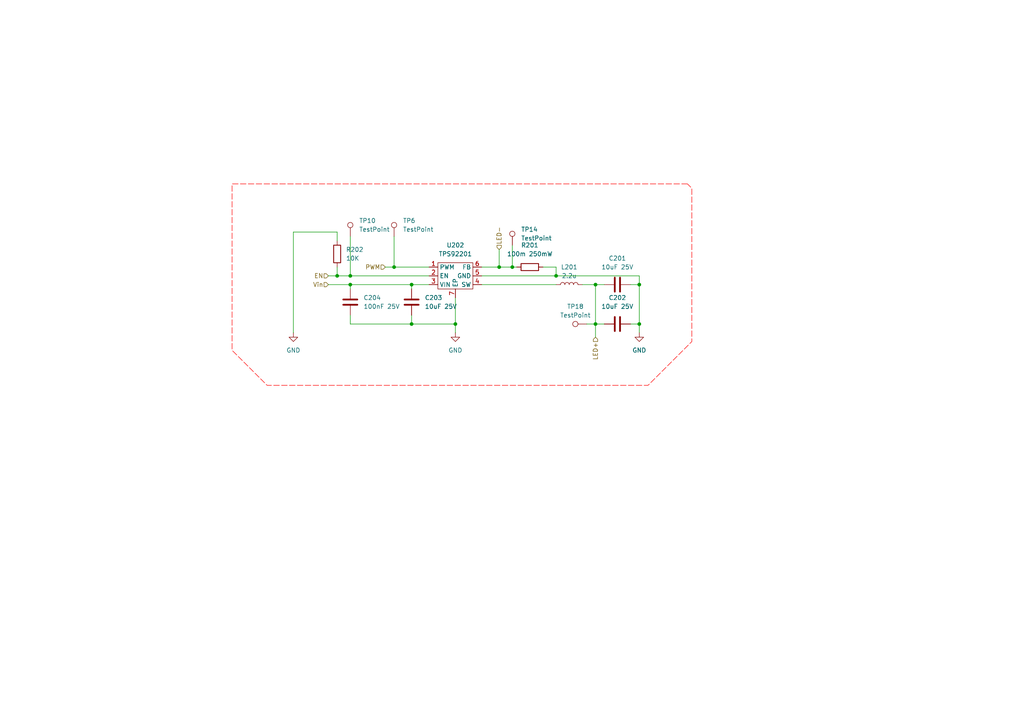
<source format=kicad_sch>
(kicad_sch (version 20250114) (generator "eeschema") (generator_version "9.0")
  (paper "A4")
  (lib_symbols
    (symbol "Connector:TestPoint" (pin_numbers (hide yes)) (pin_names (offset 0.762) (hide yes))
      (property "Reference" "TP" (at 0 6.858 0))
      (property "Value" "TestPoint" (at 0 5.08 0))
      (symbol "TestPoint_0_1"
        (circle (center 0 3.302) (radius 0.762))
      )
      (symbol "TestPoint_1_1"
        (pin passive line (at 0 0 90) (length 2.54) (name "1") (number "1"))
      )
    )
    (symbol "Device:C" (pin_numbers (hide yes)) (pin_names (offset 0.254))
      (property "Reference" "C" (at 0.635 2.54 0))
      (property "Value" "C" (at 0.635 -2.54 0))
      (symbol "C_0_1"
        (polyline (pts (xy -2.032 0.762) (xy 2.032 0.762)) (stroke (width 0.508)))
        (polyline (pts (xy -2.032 -0.762) (xy 2.032 -0.762)) (stroke (width 0.508)))
      )
      (symbol "C_1_1"
        (pin passive line (at 0 3.81 270) (length 2.794) (name "~") (number "1"))
        (pin passive line (at 0 -3.81 90) (length 2.794) (name "~") (number "2"))
      )
    )
    (symbol "Device:L" (pin_numbers (hide yes)) (pin_names (offset 1.016) (hide yes))
      (property "Reference" "L" (at -1.27 0 90))
      (property "Value" "L" (at 1.905 0 90))
      (symbol "L_0_1"
        (arc (start 0 2.54) (mid 0.6323 1.905) (end 0 1.27))
        (arc (start 0 1.27) (mid 0.6323 0.635) (end 0 0))
        (arc (start 0 0) (mid 0.6323 -0.635) (end 0 -1.27))
        (arc (start 0 -1.27) (mid 0.6323 -1.905) (end 0 -2.54))
      )
      (symbol "L_1_1"
        (pin passive line (at 0 3.81 270) (length 1.27) (name "1") (number "1"))
        (pin passive line (at 0 -3.81 90) (length 1.27) (name "2") (number "2"))
      )
    )
    (symbol "Device:R" (pin_numbers (hide yes)) (pin_names (offset 0))
      (property "Reference" "R" (at 2.032 0 90))
      (property "Value" "R" (at 0 0 90))
      (symbol "R_0_1"
        (rectangle (start -1.016 -2.54) (end 1.016 2.54) (stroke (width 0.254)))
      )
      (symbol "R_1_1"
        (pin passive line (at 0 3.81 270) (length 1.27) (name "~") (number "1"))
        (pin passive line (at 0 -3.81 90) (length 1.27) (name "~") (number "2"))
      )
    )
    (symbol "TPS92201_WSON_1"
      (property "Reference" "U" (at -0.254 5.588 0))
      (property "Value" "TPS92201" (at 0 0 0))
      (symbol "TPS92201_WSON_1_0_0"
        (pin input line (at -7.62 2.54 0) (length 2.54) (name "PWM") (number "1"))
        (pin input line (at -7.62 0 0) (length 2.54) (name "EN") (number "2"))
        (pin input line (at -7.62 -2.54 0) (length 2.54) (name "VIN") (number "3"))
        (pin power_in line (at 0 -6.35 90) (length 2.54) (name "EP") (number "7"))
        (pin input line (at 7.62 2.54 180) (length 2.54) (name "FB") (number "6"))
        (pin power_in line (at 7.62 0 180) (length 2.54) (name "GND") (number "5"))
        (pin output line (at 7.62 -2.54 180) (length 2.54) (name "SW") (number "4"))
      )
      (symbol "TPS92201_WSON_1_0_1"
        (rectangle (start -5.08 3.81) (end 5.08 -3.81))
      )
    )
    (symbol "power:GND" (power) (pin_numbers (hide yes)) (pin_names (offset 0) (hide yes))
      (property "Value" "GND" (at 0 -3.81 0))
      (symbol "GND_0_1"
        (polyline (pts (xy 0 0) (xy 0 -1.27) (xy 1.27 -1.27) (xy 0 -2.54) (xy -1.27 -1.27) (xy 0 -1.27)))
      )
      (symbol "GND_1_1"
        (pin power_in line (at 0 0 270) (length 0) (name "~") (number "1"))
      )
    )
  )
  (junction (at 185.42 93.98))
  (junction (at 132.08 93.98))
  (junction (at 101.6 80.01))
  (junction (at 144.78 77.47))
  (junction (at 97.79 80.01))
  (junction (at 172.72 93.98))
  (junction (at 119.38 82.55))
  (junction (at 161.29 80.01))
  (junction (at 185.42 82.55))
  (junction (at 148.59 77.47))
  (junction (at 119.38 93.98))
  (junction (at 101.6 82.55))
  (junction (at 172.72 82.55))
  (junction (at 114.3 77.47))
  (wire (pts (xy 101.6 68.58) (xy 101.6 80.01)))
  (wire (pts (xy 119.38 91.44) (xy 119.38 93.98)))
  (wire (pts (xy 101.6 82.55) (xy 119.38 82.55)))
  (wire (pts (xy 185.42 93.98) (xy 185.42 82.55)))
  (wire (pts (xy 185.42 80.01) (xy 185.42 82.55)))
  (wire (pts (xy 114.3 77.47) (xy 124.46 77.47)))
  (wire (pts (xy 168.91 82.55) (xy 172.72 82.55)))
  (wire (pts (xy 97.79 69.85) (xy 97.79 67.31)))
  (wire (pts (xy 97.79 80.01) (xy 101.6 80.01)))
  (wire (pts (xy 139.7 80.01) (xy 161.29 80.01)))
  (wire (pts (xy 148.59 77.47) (xy 149.86 77.47)))
  (wire (pts (xy 175.26 93.98) (xy 172.72 93.98)))
  (wire (pts (xy 119.38 82.55) (xy 124.46 82.55)))
  (wire (pts (xy 119.38 82.55) (xy 119.38 83.82)))
  (wire (pts (xy 172.72 82.55) (xy 175.26 82.55)))
  (wire (pts (xy 139.7 77.47) (xy 144.78 77.47)))
  (wire (pts (xy 114.3 68.58) (xy 114.3 77.47)))
  (wire (pts (xy 144.78 77.47) (xy 148.59 77.47)))
  (wire (pts (xy 170.18 93.98) (xy 172.72 93.98)))
  (wire (pts (xy 132.08 93.98) (xy 132.08 96.52)))
  (wire (pts (xy 182.88 93.98) (xy 185.42 93.98)))
  (wire (pts (xy 101.6 80.01) (xy 124.46 80.01)))
  (wire (pts (xy 97.79 77.47) (xy 97.79 80.01)))
  (wire (pts (xy 139.7 82.55) (xy 161.29 82.55)))
  (wire (pts (xy 161.29 77.47) (xy 161.29 80.01)))
  (wire (pts (xy 111.76 77.47) (xy 114.3 77.47)))
  (wire (pts (xy 101.6 93.98) (xy 119.38 93.98)))
  (wire (pts (xy 85.09 67.31) (xy 85.09 96.52)))
  (wire (pts (xy 132.08 86.36) (xy 132.08 93.98)))
  (wire (pts (xy 185.42 93.98) (xy 185.42 96.52)))
  (wire (pts (xy 119.38 93.98) (xy 132.08 93.98)))
  (wire (pts (xy 172.72 93.98) (xy 172.72 97.79)))
  (wire (pts (xy 144.78 72.39) (xy 144.78 77.47)))
  (wire (pts (xy 101.6 82.55) (xy 101.6 83.82)))
  (wire (pts (xy 157.48 77.47) (xy 161.29 77.47)))
  (wire (pts (xy 185.42 82.55) (xy 182.88 82.55)))
  (wire (pts (xy 101.6 91.44) (xy 101.6 93.98)))
  (wire (pts (xy 148.59 71.12) (xy 148.59 77.47)))
  (wire (pts (xy 172.72 93.98) (xy 172.72 82.55)))
  (wire (pts (xy 97.79 67.31) (xy 85.09 67.31)))
  (wire (pts (xy 161.29 80.01) (xy 185.42 80.01)))
  (wire (pts (xy 95.25 80.01) (xy 97.79 80.01)))
  (wire (pts (xy 95.25 82.55) (xy 101.6 82.55)))
  (hierarchical_label "Vin" (shape input) (at 95.25 82.55 180))
  (hierarchical_label "LED+" (shape input) (at 172.72 97.79 270))
  (hierarchical_label "EN" (shape input) (at 95.25 80.01 180))
  (hierarchical_label "PWM" (shape input) (at 111.76 77.47 180))
  (hierarchical_label "LED-" (shape input) (at 144.78 72.39 90))
  (rule_area (polyline (pts (xy 199.39 53.34) (xy 67.31 53.34) (xy 67.31 101.6) (xy 77.47 111.76) (xy 187.96 111.76) (xy 200.66 99.06) (xy 200.66 54.61)) (stroke (width 0) (type dash))))
  (symbol (lib_id "Device:L") (at 165.1 82.55 90) (unit 1)
    (property "Reference" "L201" (at 165.1 77.47 90))
    (property "Value" "2.2u" (at 165.1 80.01 90))
    (property "Footprint" "Inductor_SMD:L_APV_ANR4020" (effects (hide yes)))
    (property "Description" "Inductor" (effects (hide yes)))
    (property "MPN" "SMNR4020-2.2UH" (effects (hide yes)))
    (instances (project "" (path "" (reference "L201") (unit 1)) (path "" (reference "L401") (unit 1)) (path "" (reference "L501") (unit 1)) (path "" (reference "L301") (unit 1))))
  )
  (symbol (lib_name "TPS92201_WSON_1") (lib_id "customFootprints:TPS92201_WSON") (at 132.08 80.01 0) (unit 1)
    (property "Reference" "U202" (at 132.08 71.12 0))
    (property "Value" "TPS92201" (at 132.08 73.66 0))
    (property "Footprint" "Package_SON:WSON-6-1EP_2x2mm_P0.65mm_EP1x1.6mm_ThermalVias" (effects (hide yes)))
    (instances (project "" (path "" (reference "U202") (unit 1)) (path "" (reference "U402") (unit 1)) (path "" (reference "U502") (unit 1)) (path "" (reference "U302") (unit 1))))
  )
  (symbol (lib_id "Connector:TestPoint") (at 148.59 71.12 0) (unit 1)
    (property "Reference" "TP14" (at 151.13 66.5479 0) (effects (justify left)))
    (property "Value" "TestPoint" (at 151.13 69.0879 0) (effects (justify left)))
    (property "Footprint" "TestPoint:TestPoint_Pad_D1.0mm" (effects (hide yes)))
    (property "Description" "test point" (effects (hide yes)))
    (instances (project "HelixQueledPrint" (path "" (reference "TP14") (unit 1)) (path "" (reference "TP16") (unit 1)) (path "" (reference "TP17") (unit 1)) (path "" (reference "TP15") (unit 1))))
  )
  (symbol (lib_id "Device:C") (at 119.38 87.63 180) (unit 1)
    (property "Reference" "C203" (at 123.19 86.3599 0) (effects (justify right)))
    (property "Value" "10uF 25V" (at 123.19 88.8999 0) (effects (justify right)))
    (property "Footprint" "Capacitor_SMD:C_0805_2012Metric" (effects (hide yes)))
    (property "Description" "Unpolarized capacitor" (effects (hide yes)))
    (instances (project "HelixQueledPrint" (path "" (reference "C203") (unit 1)) (path "" (reference "C403") (unit 1)) (path "" (reference "C503") (unit 1)) (path "" (reference "C303") (unit 1))))
  )
  (symbol (lib_id "Device:C") (at 179.07 93.98 90) (unit 1)
    (property "Reference" "C202" (at 179.07 86.36 90))
    (property "Value" "10uF 25V" (at 179.07 88.9 90))
    (property "Footprint" "Capacitor_SMD:C_0805_2012Metric" (effects (hide yes)))
    (property "Description" "Unpolarized capacitor" (effects (hide yes)))
    (instances (project "HelixQueledPrint" (path "" (reference "C202") (unit 1)) (path "" (reference "C402") (unit 1)) (path "" (reference "C502") (unit 1)) (path "" (reference "C302") (unit 1))))
  )
  (symbol (lib_id "Device:R") (at 153.67 77.47 90) (unit 1)
    (property "Reference" "R201" (at 153.67 71.12 90))
    (property "Value" "100m 250mW" (at 153.67 73.66 90))
    (property "Footprint" "Resistor_SMD:R_0805_2012Metric" (effects (hide yes)))
    (property "Description" "Resistor" (effects (hide yes)))
    (instances (project "" (path "" (reference "R201") (unit 1)) (path "" (reference "R401") (unit 1)) (path "" (reference "R501") (unit 1)) (path "" (reference "R301") (unit 1))))
  )
  (symbol (lib_id "Connector:TestPoint") (at 114.3 68.58 0) (unit 1)
    (property "Reference" "TP6" (at 116.84 64.0079 0) (effects (justify left)))
    (property "Value" "TestPoint" (at 116.84 66.5479 0) (effects (justify left)))
    (property "Footprint" "TestPoint:TestPoint_Pad_D1.0mm" (effects (hide yes)))
    (property "Description" "test point" (effects (hide yes)))
    (instances (project "" (path "" (reference "TP6") (unit 1)) (path "" (reference "TP8") (unit 1)) (path "" (reference "TP9") (unit 1)) (path "" (reference "TP7") (unit 1))))
  )
  (symbol (lib_id "Device:C") (at 179.07 82.55 90) (unit 1)
    (property "Reference" "C201" (at 179.07 74.93 90))
    (property "Value" "10uF 25V" (at 179.07 77.47 90))
    (property "Footprint" "Capacitor_SMD:C_0805_2012Metric" (effects (hide yes)))
    (property "Description" "Unpolarized capacitor" (effects (hide yes)))
    (instances (project "" (path "" (reference "C201") (unit 1)) (path "" (reference "C401") (unit 1)) (path "" (reference "C501") (unit 1)) (path "" (reference "C301") (unit 1))))
  )
  (symbol (lib_id "Device:R") (at 97.79 73.66 180) (unit 1)
    (property "Reference" "R202" (at 100.33 72.3899 0) (effects (justify right)))
    (property "Value" "10K" (at 100.33 74.9299 0) (effects (justify right)))
    (property "Footprint" "Resistor_SMD:R_0402_1005Metric" (effects (hide yes)))
    (property "Description" "Resistor" (effects (hide yes)))
    (instances (project "HelixQueledPrint" (path "" (reference "R202") (unit 1)) (path "" (reference "R402") (unit 1)) (path "" (reference "R502") (unit 1)) (path "" (reference "R302") (unit 1))))
  )
  (symbol (lib_id "power:GND") (at 85.09 96.52 0) (unit 1)
    (property "Reference" "#PWR0203" (effects (hide yes)))
    (property "Value" "GND" (at 85.09 101.6 0))
    (property "Description" "Power symbol creates a global label with name \"GND\" , ground" (effects (hide yes)))
    (instances (project "HelixQueledPrint" (path "" (reference "#PWR0203") (unit 1)) (path "" (reference "#PWR0403") (unit 1)) (path "" (reference "#PWR0503") (unit 1)) (path "" (reference "#PWR0303") (unit 1))))
  )
  (symbol (lib_id "power:GND") (at 132.08 96.52 0) (unit 1)
    (property "Reference" "#PWR0202" (effects (hide yes)))
    (property "Value" "GND" (at 132.08 101.6 0))
    (property "Description" "Power symbol creates a global label with name \"GND\" , ground" (effects (hide yes)))
    (instances (project "HelixQueledPrint" (path "" (reference "#PWR0202") (unit 1)) (path "" (reference "#PWR0402") (unit 1)) (path "" (reference "#PWR0502") (unit 1)) (path "" (reference "#PWR0302") (unit 1))))
  )
  (symbol (lib_id "Connector:TestPoint") (at 101.6 68.58 0) (unit 1)
    (property "Reference" "TP10" (at 104.14 64.0079 0) (effects (justify left)))
    (property "Value" "TestPoint" (at 104.14 66.5479 0) (effects (justify left)))
    (property "Footprint" "TestPoint:TestPoint_Pad_D1.0mm" (effects (hide yes)))
    (property "Description" "test point" (effects (hide yes)))
    (instances (project "HelixQueledPrint" (path "" (reference "TP10") (unit 1)) (path "" (reference "TP12") (unit 1)) (path "" (reference "TP13") (unit 1)) (path "" (reference "TP11") (unit 1))))
  )
  (symbol (lib_id "Device:C") (at 101.6 87.63 180) (unit 1)
    (property "Reference" "C204" (at 105.41 86.3599 0) (effects (justify right)))
    (property "Value" "100nF 25V" (at 105.41 88.8999 0) (effects (justify right)))
    (property "Footprint" "Capacitor_SMD:C_0402_1005Metric" (effects (hide yes)))
    (property "Description" "Unpolarized capacitor" (effects (hide yes)))
    (instances (project "HelixQueledPrint" (path "" (reference "C204") (unit 1)) (path "" (reference "C404") (unit 1)) (path "" (reference "C504") (unit 1)) (path "" (reference "C304") (unit 1))))
  )
  (symbol (lib_id "Connector:TestPoint") (at 170.18 93.98 90) (unit 1)
    (property "Reference" "TP18" (at 166.878 88.9 90))
    (property "Value" "TestPoint" (at 166.878 91.44 90))
    (property "Footprint" "TestPoint:TestPoint_Pad_D1.0mm" (effects (hide yes)))
    (property "Description" "test point" (effects (hide yes)))
    (instances (project "HelixQueledPrint" (path "" (reference "TP18") (unit 1)) (path "" (reference "TP20") (unit 1)) (path "" (reference "TP21") (unit 1)) (path "" (reference "TP19") (unit 1))))
  )
  (symbol (lib_id "power:GND") (at 185.42 96.52 0) (unit 1)
    (property "Reference" "#PWR0201" (effects (hide yes)))
    (property "Value" "GND" (at 185.42 101.6 0))
    (property "Description" "Power symbol creates a global label with name \"GND\" , ground" (effects (hide yes)))
    (instances (project "" (path "" (reference "#PWR0201") (unit 1)) (path "" (reference "#PWR0401") (unit 1)) (path "" (reference "#PWR0501") (unit 1)) (path "" (reference "#PWR0301") (unit 1))))
  )
)
</source>
